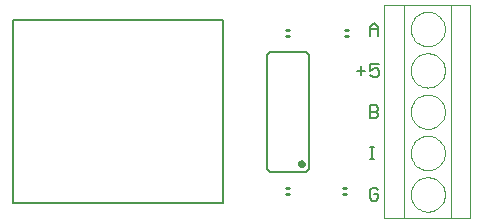
<source format=gto>
G75*
%MOIN*%
%OFA0B0*%
%FSLAX24Y24*%
%IPPOS*%
%LPD*%
%AMOC8*
5,1,8,0,0,1.08239X$1,22.5*
%
%ADD10C,0.0080*%
%ADD11C,0.0060*%
%ADD12C,0.0120*%
%ADD13C,0.0040*%
%ADD14C,0.0100*%
D10*
X000255Y000759D02*
X000255Y006851D01*
X000269Y006851D02*
X007257Y006851D01*
X007257Y000759D01*
X000255Y000759D01*
X011720Y005180D02*
X012000Y005180D01*
X012180Y005180D02*
X012321Y005250D01*
X012391Y005250D01*
X012461Y005180D01*
X012461Y005040D01*
X012391Y004970D01*
X012250Y004970D01*
X012180Y005040D01*
X012180Y005180D02*
X012180Y005390D01*
X012461Y005390D01*
X011860Y005320D02*
X011860Y005040D01*
X012158Y004015D02*
X012368Y004015D01*
X012438Y003945D01*
X012438Y003875D01*
X012368Y003805D01*
X012158Y003805D01*
X012368Y003805D02*
X012438Y003735D01*
X012438Y003665D01*
X012368Y003595D01*
X012158Y003595D01*
X012158Y004015D01*
X012158Y002640D02*
X012298Y002640D01*
X012228Y002640D02*
X012228Y002220D01*
X012158Y002220D02*
X012298Y002220D01*
X012368Y001265D02*
X012228Y001265D01*
X012158Y001195D01*
X012158Y000915D01*
X012228Y000845D01*
X012368Y000845D01*
X012438Y000915D01*
X012438Y001055D01*
X012298Y001055D01*
X012438Y001195D02*
X012368Y001265D01*
X012438Y006345D02*
X012438Y006625D01*
X012298Y006765D01*
X012158Y006625D01*
X012158Y006345D01*
X012158Y006555D02*
X012438Y006555D01*
D11*
X010138Y005655D02*
X010138Y001955D01*
X010136Y001932D01*
X010131Y001909D01*
X010122Y001887D01*
X010109Y001867D01*
X010094Y001849D01*
X010076Y001834D01*
X010056Y001821D01*
X010034Y001812D01*
X010011Y001807D01*
X009988Y001805D01*
X009630Y001805D01*
X009230Y001805D01*
X008873Y001805D01*
X008850Y001807D01*
X008827Y001812D01*
X008805Y001821D01*
X008785Y001834D01*
X008767Y001849D01*
X008752Y001867D01*
X008739Y001887D01*
X008730Y001909D01*
X008725Y001932D01*
X008723Y001955D01*
X008723Y005655D01*
X008725Y005678D01*
X008730Y005701D01*
X008739Y005723D01*
X008752Y005743D01*
X008767Y005761D01*
X008785Y005776D01*
X008805Y005789D01*
X008827Y005798D01*
X008850Y005803D01*
X008873Y005805D01*
X009988Y005805D01*
X010011Y005803D01*
X010034Y005798D01*
X010056Y005789D01*
X010076Y005776D01*
X010094Y005761D01*
X010109Y005743D01*
X010122Y005723D01*
X010131Y005701D01*
X010136Y005678D01*
X010138Y005655D01*
D12*
X009839Y002055D02*
X009841Y002070D01*
X009846Y002084D01*
X009855Y002096D01*
X009867Y002106D01*
X009880Y002112D01*
X009895Y002115D01*
X009910Y002114D01*
X009925Y002109D01*
X009937Y002101D01*
X009948Y002090D01*
X009955Y002077D01*
X009959Y002063D01*
X009959Y002047D01*
X009955Y002033D01*
X009948Y002020D01*
X009937Y002009D01*
X009925Y002001D01*
X009910Y001996D01*
X009895Y001995D01*
X009880Y001998D01*
X009867Y002004D01*
X009855Y002014D01*
X009846Y002026D01*
X009841Y002040D01*
X009839Y002055D01*
D13*
X012618Y000262D02*
X013302Y000262D01*
X013302Y007348D01*
X012618Y007348D01*
X012618Y000262D01*
X013302Y000262D02*
X013489Y000262D01*
X014691Y000262D01*
X014881Y000262D01*
X015201Y000262D01*
X015374Y000262D01*
X015492Y000262D01*
X015492Y007348D01*
X015374Y007348D01*
X015201Y007348D01*
X014881Y007348D01*
X014691Y007348D01*
X013489Y007348D01*
X013302Y007348D01*
X013523Y006561D02*
X013525Y006608D01*
X013531Y006655D01*
X013540Y006701D01*
X013554Y006746D01*
X013571Y006790D01*
X013592Y006833D01*
X013616Y006873D01*
X013643Y006912D01*
X013674Y006948D01*
X013707Y006981D01*
X013743Y007012D01*
X013782Y007039D01*
X013822Y007063D01*
X013865Y007084D01*
X013909Y007101D01*
X013954Y007115D01*
X014000Y007124D01*
X014047Y007130D01*
X014094Y007132D01*
X014141Y007130D01*
X014188Y007124D01*
X014234Y007115D01*
X014279Y007101D01*
X014323Y007084D01*
X014366Y007063D01*
X014406Y007039D01*
X014445Y007012D01*
X014481Y006981D01*
X014514Y006948D01*
X014545Y006912D01*
X014572Y006873D01*
X014596Y006833D01*
X014617Y006790D01*
X014634Y006746D01*
X014648Y006701D01*
X014657Y006655D01*
X014663Y006608D01*
X014665Y006561D01*
X014663Y006514D01*
X014657Y006467D01*
X014648Y006421D01*
X014634Y006376D01*
X014617Y006332D01*
X014596Y006289D01*
X014572Y006249D01*
X014545Y006210D01*
X014514Y006174D01*
X014481Y006141D01*
X014445Y006110D01*
X014406Y006083D01*
X014366Y006059D01*
X014323Y006038D01*
X014279Y006021D01*
X014234Y006007D01*
X014188Y005998D01*
X014141Y005992D01*
X014094Y005990D01*
X014047Y005992D01*
X014000Y005998D01*
X013954Y006007D01*
X013909Y006021D01*
X013865Y006038D01*
X013822Y006059D01*
X013782Y006083D01*
X013743Y006110D01*
X013707Y006141D01*
X013674Y006174D01*
X013643Y006210D01*
X013616Y006249D01*
X013592Y006289D01*
X013571Y006332D01*
X013554Y006376D01*
X013540Y006421D01*
X013531Y006467D01*
X013525Y006514D01*
X013523Y006561D01*
X014881Y007348D02*
X014881Y000262D01*
X013523Y001049D02*
X013525Y001096D01*
X013531Y001143D01*
X013540Y001189D01*
X013554Y001234D01*
X013571Y001278D01*
X013592Y001321D01*
X013616Y001361D01*
X013643Y001400D01*
X013674Y001436D01*
X013707Y001469D01*
X013743Y001500D01*
X013782Y001527D01*
X013822Y001551D01*
X013865Y001572D01*
X013909Y001589D01*
X013954Y001603D01*
X014000Y001612D01*
X014047Y001618D01*
X014094Y001620D01*
X014141Y001618D01*
X014188Y001612D01*
X014234Y001603D01*
X014279Y001589D01*
X014323Y001572D01*
X014366Y001551D01*
X014406Y001527D01*
X014445Y001500D01*
X014481Y001469D01*
X014514Y001436D01*
X014545Y001400D01*
X014572Y001361D01*
X014596Y001321D01*
X014617Y001278D01*
X014634Y001234D01*
X014648Y001189D01*
X014657Y001143D01*
X014663Y001096D01*
X014665Y001049D01*
X014663Y001002D01*
X014657Y000955D01*
X014648Y000909D01*
X014634Y000864D01*
X014617Y000820D01*
X014596Y000777D01*
X014572Y000737D01*
X014545Y000698D01*
X014514Y000662D01*
X014481Y000629D01*
X014445Y000598D01*
X014406Y000571D01*
X014366Y000547D01*
X014323Y000526D01*
X014279Y000509D01*
X014234Y000495D01*
X014188Y000486D01*
X014141Y000480D01*
X014094Y000478D01*
X014047Y000480D01*
X014000Y000486D01*
X013954Y000495D01*
X013909Y000509D01*
X013865Y000526D01*
X013822Y000547D01*
X013782Y000571D01*
X013743Y000598D01*
X013707Y000629D01*
X013674Y000662D01*
X013643Y000698D01*
X013616Y000737D01*
X013592Y000777D01*
X013571Y000820D01*
X013554Y000864D01*
X013540Y000909D01*
X013531Y000955D01*
X013525Y001002D01*
X013523Y001049D01*
X013523Y002427D02*
X013525Y002474D01*
X013531Y002521D01*
X013540Y002567D01*
X013554Y002612D01*
X013571Y002656D01*
X013592Y002699D01*
X013616Y002739D01*
X013643Y002778D01*
X013674Y002814D01*
X013707Y002847D01*
X013743Y002878D01*
X013782Y002905D01*
X013822Y002929D01*
X013865Y002950D01*
X013909Y002967D01*
X013954Y002981D01*
X014000Y002990D01*
X014047Y002996D01*
X014094Y002998D01*
X014141Y002996D01*
X014188Y002990D01*
X014234Y002981D01*
X014279Y002967D01*
X014323Y002950D01*
X014366Y002929D01*
X014406Y002905D01*
X014445Y002878D01*
X014481Y002847D01*
X014514Y002814D01*
X014545Y002778D01*
X014572Y002739D01*
X014596Y002699D01*
X014617Y002656D01*
X014634Y002612D01*
X014648Y002567D01*
X014657Y002521D01*
X014663Y002474D01*
X014665Y002427D01*
X014663Y002380D01*
X014657Y002333D01*
X014648Y002287D01*
X014634Y002242D01*
X014617Y002198D01*
X014596Y002155D01*
X014572Y002115D01*
X014545Y002076D01*
X014514Y002040D01*
X014481Y002007D01*
X014445Y001976D01*
X014406Y001949D01*
X014366Y001925D01*
X014323Y001904D01*
X014279Y001887D01*
X014234Y001873D01*
X014188Y001864D01*
X014141Y001858D01*
X014094Y001856D01*
X014047Y001858D01*
X014000Y001864D01*
X013954Y001873D01*
X013909Y001887D01*
X013865Y001904D01*
X013822Y001925D01*
X013782Y001949D01*
X013743Y001976D01*
X013707Y002007D01*
X013674Y002040D01*
X013643Y002076D01*
X013616Y002115D01*
X013592Y002155D01*
X013571Y002198D01*
X013554Y002242D01*
X013540Y002287D01*
X013531Y002333D01*
X013525Y002380D01*
X013523Y002427D01*
X013523Y003805D02*
X013525Y003852D01*
X013531Y003899D01*
X013540Y003945D01*
X013554Y003990D01*
X013571Y004034D01*
X013592Y004077D01*
X013616Y004117D01*
X013643Y004156D01*
X013674Y004192D01*
X013707Y004225D01*
X013743Y004256D01*
X013782Y004283D01*
X013822Y004307D01*
X013865Y004328D01*
X013909Y004345D01*
X013954Y004359D01*
X014000Y004368D01*
X014047Y004374D01*
X014094Y004376D01*
X014141Y004374D01*
X014188Y004368D01*
X014234Y004359D01*
X014279Y004345D01*
X014323Y004328D01*
X014366Y004307D01*
X014406Y004283D01*
X014445Y004256D01*
X014481Y004225D01*
X014514Y004192D01*
X014545Y004156D01*
X014572Y004117D01*
X014596Y004077D01*
X014617Y004034D01*
X014634Y003990D01*
X014648Y003945D01*
X014657Y003899D01*
X014663Y003852D01*
X014665Y003805D01*
X014663Y003758D01*
X014657Y003711D01*
X014648Y003665D01*
X014634Y003620D01*
X014617Y003576D01*
X014596Y003533D01*
X014572Y003493D01*
X014545Y003454D01*
X014514Y003418D01*
X014481Y003385D01*
X014445Y003354D01*
X014406Y003327D01*
X014366Y003303D01*
X014323Y003282D01*
X014279Y003265D01*
X014234Y003251D01*
X014188Y003242D01*
X014141Y003236D01*
X014094Y003234D01*
X014047Y003236D01*
X014000Y003242D01*
X013954Y003251D01*
X013909Y003265D01*
X013865Y003282D01*
X013822Y003303D01*
X013782Y003327D01*
X013743Y003354D01*
X013707Y003385D01*
X013674Y003418D01*
X013643Y003454D01*
X013616Y003493D01*
X013592Y003533D01*
X013571Y003576D01*
X013554Y003620D01*
X013540Y003665D01*
X013531Y003711D01*
X013525Y003758D01*
X013523Y003805D01*
X013523Y005183D02*
X013525Y005230D01*
X013531Y005277D01*
X013540Y005323D01*
X013554Y005368D01*
X013571Y005412D01*
X013592Y005455D01*
X013616Y005495D01*
X013643Y005534D01*
X013674Y005570D01*
X013707Y005603D01*
X013743Y005634D01*
X013782Y005661D01*
X013822Y005685D01*
X013865Y005706D01*
X013909Y005723D01*
X013954Y005737D01*
X014000Y005746D01*
X014047Y005752D01*
X014094Y005754D01*
X014141Y005752D01*
X014188Y005746D01*
X014234Y005737D01*
X014279Y005723D01*
X014323Y005706D01*
X014366Y005685D01*
X014406Y005661D01*
X014445Y005634D01*
X014481Y005603D01*
X014514Y005570D01*
X014545Y005534D01*
X014572Y005495D01*
X014596Y005455D01*
X014617Y005412D01*
X014634Y005368D01*
X014648Y005323D01*
X014657Y005277D01*
X014663Y005230D01*
X014665Y005183D01*
X014663Y005136D01*
X014657Y005089D01*
X014648Y005043D01*
X014634Y004998D01*
X014617Y004954D01*
X014596Y004911D01*
X014572Y004871D01*
X014545Y004832D01*
X014514Y004796D01*
X014481Y004763D01*
X014445Y004732D01*
X014406Y004705D01*
X014366Y004681D01*
X014323Y004660D01*
X014279Y004643D01*
X014234Y004629D01*
X014188Y004620D01*
X014141Y004614D01*
X014094Y004612D01*
X014047Y004614D01*
X014000Y004620D01*
X013954Y004629D01*
X013909Y004643D01*
X013865Y004660D01*
X013822Y004681D01*
X013782Y004705D01*
X013743Y004732D01*
X013707Y004763D01*
X013674Y004796D01*
X013643Y004832D01*
X013616Y004871D01*
X013592Y004911D01*
X013571Y004954D01*
X013554Y004998D01*
X013540Y005043D01*
X013531Y005089D01*
X013525Y005136D01*
X013523Y005183D01*
D14*
X011418Y006330D02*
X011318Y006330D01*
X011318Y006530D02*
X011418Y006530D01*
X009480Y006530D02*
X009380Y006530D01*
X009380Y006330D02*
X009480Y006330D01*
X009480Y001280D02*
X009380Y001280D01*
X009380Y001080D02*
X009480Y001080D01*
X011255Y001080D02*
X011355Y001080D01*
X011355Y001280D02*
X011255Y001280D01*
M02*

</source>
